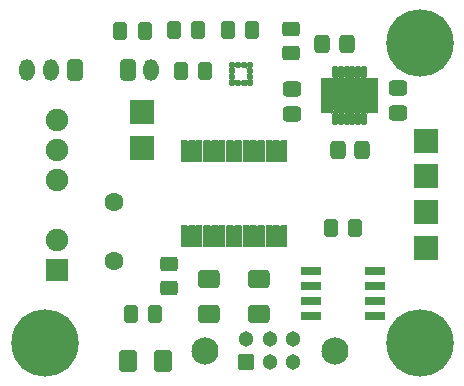
<source format=gts>
G04 #@! TF.GenerationSoftware,KiCad,Pcbnew,6.0.0*
G04 #@! TF.CreationDate,2022-02-03T15:12:05-05:00*
G04 #@! TF.ProjectId,sensors,73656e73-6f72-4732-9e6b-696361645f70,rev?*
G04 #@! TF.SameCoordinates,Original*
G04 #@! TF.FileFunction,Soldermask,Top*
G04 #@! TF.FilePolarity,Negative*
%FSLAX46Y46*%
G04 Gerber Fmt 4.6, Leading zero omitted, Abs format (unit mm)*
G04 Created by KiCad (PCBNEW 6.0.0) date 2022-02-03 15:12:05*
%MOMM*%
%LPD*%
G01*
G04 APERTURE LIST*
G04 Aperture macros list*
%AMRoundRect*
0 Rectangle with rounded corners*
0 $1 Rounding radius*
0 $2 $3 $4 $5 $6 $7 $8 $9 X,Y pos of 4 corners*
0 Add a 4 corners polygon primitive as box body*
4,1,4,$2,$3,$4,$5,$6,$7,$8,$9,$2,$3,0*
0 Add four circle primitives for the rounded corners*
1,1,$1+$1,$2,$3*
1,1,$1+$1,$4,$5*
1,1,$1+$1,$6,$7*
1,1,$1+$1,$8,$9*
0 Add four rect primitives between the rounded corners*
20,1,$1+$1,$2,$3,$4,$5,0*
20,1,$1+$1,$4,$5,$6,$7,0*
20,1,$1+$1,$6,$7,$8,$9,0*
20,1,$1+$1,$8,$9,$2,$3,0*%
G04 Aperture macros list end*
%ADD10C,2.301600*%
%ADD11RoundRect,0.050800X-0.600000X-0.600000X0.600000X-0.600000X0.600000X0.600000X-0.600000X0.600000X0*%
%ADD12C,1.301600*%
%ADD13C,5.701600*%
%ADD14RoundRect,0.050800X0.900000X0.900000X-0.900000X0.900000X-0.900000X-0.900000X0.900000X-0.900000X0*%
%ADD15C,1.901600*%
%ADD16RoundRect,0.300800X0.350000X0.625000X-0.350000X0.625000X-0.350000X-0.625000X0.350000X-0.625000X0*%
%ADD17O,1.301600X1.851600*%
%ADD18RoundRect,0.300800X0.325000X0.450000X-0.325000X0.450000X-0.325000X-0.450000X0.325000X-0.450000X0*%
%ADD19RoundRect,0.050800X0.175000X-0.187500X0.175000X0.187500X-0.175000X0.187500X-0.175000X-0.187500X0*%
%ADD20RoundRect,0.050800X0.187500X0.175000X-0.187500X0.175000X-0.187500X-0.175000X0.187500X-0.175000X0*%
%ADD21RoundRect,0.300800X-0.325000X-0.450000X0.325000X-0.450000X0.325000X0.450000X-0.325000X0.450000X0*%
%ADD22RoundRect,0.300800X-0.337500X-0.475000X0.337500X-0.475000X0.337500X0.475000X-0.337500X0.475000X0*%
%ADD23RoundRect,0.300800X0.337500X0.475000X-0.337500X0.475000X-0.337500X-0.475000X0.337500X-0.475000X0*%
%ADD24RoundRect,0.300800X-0.475000X0.337500X-0.475000X-0.337500X0.475000X-0.337500X0.475000X0.337500X0*%
%ADD25RoundRect,0.050800X1.000000X1.000000X-1.000000X1.000000X-1.000000X-1.000000X1.000000X-1.000000X0*%
%ADD26RoundRect,0.050800X-1.000000X-1.000000X1.000000X-1.000000X1.000000X1.000000X-1.000000X1.000000X0*%
%ADD27RoundRect,0.050800X-0.775000X-0.300000X0.775000X-0.300000X0.775000X0.300000X-0.775000X0.300000X0*%
%ADD28RoundRect,0.050800X-0.225000X0.875000X-0.225000X-0.875000X0.225000X-0.875000X0.225000X0.875000X0*%
%ADD29RoundRect,0.050800X0.400000X-0.174999X0.400000X0.174999X-0.400000X0.174999X-0.400000X-0.174999X0*%
%ADD30RoundRect,0.050800X0.174999X0.425000X-0.174999X0.425000X-0.174999X-0.425000X0.174999X-0.425000X0*%
%ADD31RoundRect,0.050800X1.350000X1.300000X-1.350000X1.300000X-1.350000X-1.300000X1.350000X-1.300000X0*%
%ADD32RoundRect,0.300800X0.450000X-0.325000X0.450000X0.325000X-0.450000X0.325000X-0.450000X-0.325000X0*%
%ADD33RoundRect,0.300801X-0.462499X-0.624999X0.462499X-0.624999X0.462499X0.624999X-0.462499X0.624999X0*%
%ADD34RoundRect,0.300801X-0.624999X0.462499X-0.624999X-0.462499X0.624999X-0.462499X0.624999X0.462499X0*%
%ADD35RoundRect,0.300801X0.624999X-0.462499X0.624999X0.462499X-0.624999X0.462499X-0.624999X-0.462499X0*%
%ADD36C,1.601600*%
%ADD37RoundRect,0.300800X-0.350000X-0.625000X0.350000X-0.625000X0.350000X0.625000X-0.350000X0.625000X0*%
G04 APERTURE END LIST*
D10*
X143725000Y-92075000D03*
X154725000Y-92075000D03*
D11*
X147225000Y-93075000D03*
D12*
X149225000Y-93075000D03*
X151225000Y-93075000D03*
X147225000Y-91075000D03*
X149225000Y-91075000D03*
X151225000Y-91075000D03*
D13*
X161925000Y-91440000D03*
X161925000Y-66040000D03*
X130175000Y-91440000D03*
D14*
X131191000Y-85217000D03*
D15*
X131191000Y-82677000D03*
X131191000Y-77597000D03*
X131191000Y-75057000D03*
X131191000Y-72517000D03*
D16*
X132715000Y-68326000D03*
D17*
X130715000Y-68326000D03*
X128715000Y-68326000D03*
D18*
X138633200Y-64973200D03*
X136583200Y-64973200D03*
D19*
X146031250Y-69445000D03*
X146531250Y-69445000D03*
X147031250Y-69445000D03*
X147531250Y-69445000D03*
D20*
X147543750Y-68932500D03*
X147543750Y-68432500D03*
D19*
X147531250Y-67920000D03*
X147031250Y-67920000D03*
X146531250Y-67920000D03*
X146031250Y-67920000D03*
D20*
X146018750Y-68432500D03*
X146018750Y-68932500D03*
D18*
X147706300Y-64960500D03*
X145656300Y-64960500D03*
D21*
X141725000Y-68375000D03*
X143775000Y-68375000D03*
D22*
X154990800Y-75082400D03*
X157065800Y-75082400D03*
D23*
X155740100Y-66154300D03*
X153665100Y-66154300D03*
D24*
X151091900Y-69926200D03*
X151091900Y-72001200D03*
X160070800Y-69857800D03*
X160070800Y-71932800D03*
D25*
X162430000Y-77310000D03*
D26*
X138430000Y-71882000D03*
X162440000Y-83350000D03*
D27*
X152700000Y-85295000D03*
X152700000Y-86565000D03*
X152700000Y-87835000D03*
X152700000Y-89105000D03*
X158100000Y-89105000D03*
X158100000Y-87835000D03*
X158100000Y-86565000D03*
X158100000Y-85295000D03*
D28*
X150425000Y-75200000D03*
X149775000Y-75200000D03*
X149125000Y-75200000D03*
X148475000Y-75200000D03*
X147825000Y-75200000D03*
X147175000Y-75200000D03*
X146525000Y-75200000D03*
X145875000Y-75200000D03*
X145225000Y-75200000D03*
X144575000Y-75200000D03*
X143925000Y-75200000D03*
X143275000Y-75200000D03*
X142625000Y-75200000D03*
X141975000Y-75200000D03*
X141975000Y-82400000D03*
X142625000Y-82400000D03*
X143275000Y-82400000D03*
X143925000Y-82400000D03*
X144575000Y-82400000D03*
X145225000Y-82400000D03*
X145875000Y-82400000D03*
X146525000Y-82400000D03*
X147175000Y-82400000D03*
X147825000Y-82400000D03*
X148475000Y-82400000D03*
X149125000Y-82400000D03*
X149775000Y-82400000D03*
X150425000Y-82400000D03*
D29*
X157980001Y-71720000D03*
X157980001Y-71220001D03*
X157980001Y-70720002D03*
X157980001Y-70220001D03*
X157980001Y-69720001D03*
X157980001Y-69220000D03*
D30*
X157230000Y-68495003D03*
X156730001Y-68495003D03*
X156230002Y-68495003D03*
X155730001Y-68495003D03*
X155230001Y-68495003D03*
X154730000Y-68495003D03*
D29*
X153980001Y-69220000D03*
X153980001Y-69720001D03*
X153980001Y-70220001D03*
X153980001Y-70720002D03*
X153980001Y-71220001D03*
X153980001Y-71720000D03*
D30*
X154730000Y-72445000D03*
X155230001Y-72445000D03*
X155730001Y-72445000D03*
X156230002Y-72445000D03*
X156730001Y-72445000D03*
X157230000Y-72445000D03*
D31*
X155980000Y-70470000D03*
D18*
X156464000Y-81661000D03*
X154414000Y-81661000D03*
D32*
X151028400Y-66903600D03*
X151028400Y-64853600D03*
D26*
X162430000Y-80330000D03*
D33*
X137215220Y-92910660D03*
X140190220Y-92910660D03*
D34*
X144053560Y-86028200D03*
X144053560Y-89003200D03*
D26*
X138430000Y-74917300D03*
D35*
X148275040Y-89009220D03*
X148275040Y-86034220D03*
D32*
X140700000Y-86800000D03*
X140700000Y-84750000D03*
D25*
X162430000Y-74300000D03*
D21*
X137440000Y-89000000D03*
X139490000Y-89000000D03*
X141135100Y-64960500D03*
X143185100Y-64960500D03*
D36*
X136022080Y-79448600D03*
X136022080Y-84448600D03*
D37*
X137187500Y-68343750D03*
D17*
X139187500Y-68343750D03*
G36*
X146914729Y-81488725D02*
G01*
X146915293Y-81490644D01*
X146915012Y-81491283D01*
X146904952Y-81506339D01*
X146901200Y-81525199D01*
X146901200Y-83274801D01*
X146904952Y-83293661D01*
X146914911Y-83308567D01*
X146915042Y-83310563D01*
X146913379Y-83311674D01*
X146912650Y-83311587D01*
X146852211Y-83292662D01*
X146787214Y-83311747D01*
X146785271Y-83311275D01*
X146784707Y-83309356D01*
X146784988Y-83308717D01*
X146795048Y-83293661D01*
X146798800Y-83274801D01*
X146798800Y-81525199D01*
X146795048Y-81506339D01*
X146785089Y-81491433D01*
X146784958Y-81489437D01*
X146786621Y-81488326D01*
X146787350Y-81488413D01*
X146847789Y-81507338D01*
X146912786Y-81488253D01*
X146914729Y-81488725D01*
G37*
G36*
X149514729Y-81488725D02*
G01*
X149515293Y-81490644D01*
X149515012Y-81491283D01*
X149504952Y-81506339D01*
X149501200Y-81525199D01*
X149501200Y-83274801D01*
X149504952Y-83293661D01*
X149514911Y-83308567D01*
X149515042Y-83310563D01*
X149513379Y-83311674D01*
X149512650Y-83311587D01*
X149452211Y-83292662D01*
X149387214Y-83311747D01*
X149385271Y-83311275D01*
X149384707Y-83309356D01*
X149384988Y-83308717D01*
X149395048Y-83293661D01*
X149398800Y-83274801D01*
X149398800Y-81525199D01*
X149395048Y-81506339D01*
X149385089Y-81491433D01*
X149384958Y-81489437D01*
X149386621Y-81488326D01*
X149387350Y-81488413D01*
X149447789Y-81507338D01*
X149512786Y-81488253D01*
X149514729Y-81488725D01*
G37*
G36*
X148214729Y-81488725D02*
G01*
X148215293Y-81490644D01*
X148215012Y-81491283D01*
X148204952Y-81506339D01*
X148201200Y-81525199D01*
X148201200Y-83274801D01*
X148204952Y-83293661D01*
X148214911Y-83308567D01*
X148215042Y-83310563D01*
X148213379Y-83311674D01*
X148212650Y-83311587D01*
X148152211Y-83292662D01*
X148087214Y-83311747D01*
X148085271Y-83311275D01*
X148084707Y-83309356D01*
X148084988Y-83308717D01*
X148095048Y-83293661D01*
X148098800Y-83274801D01*
X148098800Y-81525199D01*
X148095048Y-81506339D01*
X148085089Y-81491433D01*
X148084958Y-81489437D01*
X148086621Y-81488326D01*
X148087350Y-81488413D01*
X148147789Y-81507338D01*
X148212786Y-81488253D01*
X148214729Y-81488725D01*
G37*
G36*
X144314729Y-81488725D02*
G01*
X144315293Y-81490644D01*
X144315012Y-81491283D01*
X144304952Y-81506339D01*
X144301200Y-81525199D01*
X144301200Y-83274801D01*
X144304952Y-83293661D01*
X144314911Y-83308567D01*
X144315042Y-83310563D01*
X144313379Y-83311674D01*
X144312650Y-83311587D01*
X144252211Y-83292662D01*
X144187214Y-83311747D01*
X144185271Y-83311275D01*
X144184707Y-83309356D01*
X144184988Y-83308717D01*
X144195048Y-83293661D01*
X144198800Y-83274801D01*
X144198800Y-81525199D01*
X144195048Y-81506339D01*
X144185089Y-81491433D01*
X144184958Y-81489437D01*
X144186621Y-81488326D01*
X144187350Y-81488413D01*
X144247789Y-81507338D01*
X144312786Y-81488253D01*
X144314729Y-81488725D01*
G37*
G36*
X150164729Y-81488725D02*
G01*
X150165293Y-81490644D01*
X150165012Y-81491283D01*
X150154952Y-81506339D01*
X150151200Y-81525199D01*
X150151200Y-83274801D01*
X150154952Y-83293661D01*
X150164911Y-83308567D01*
X150165042Y-83310563D01*
X150163379Y-83311674D01*
X150162650Y-83311587D01*
X150102211Y-83292662D01*
X150037214Y-83311747D01*
X150035271Y-83311275D01*
X150034707Y-83309356D01*
X150034988Y-83308717D01*
X150045048Y-83293661D01*
X150048800Y-83274801D01*
X150048800Y-81525199D01*
X150045048Y-81506339D01*
X150035089Y-81491433D01*
X150034958Y-81489437D01*
X150036621Y-81488326D01*
X150037350Y-81488413D01*
X150097789Y-81507338D01*
X150162786Y-81488253D01*
X150164729Y-81488725D01*
G37*
G36*
X143664729Y-81488725D02*
G01*
X143665293Y-81490644D01*
X143665012Y-81491283D01*
X143654952Y-81506339D01*
X143651200Y-81525199D01*
X143651200Y-83274801D01*
X143654952Y-83293661D01*
X143664911Y-83308567D01*
X143665042Y-83310563D01*
X143663379Y-83311674D01*
X143662650Y-83311587D01*
X143602211Y-83292662D01*
X143537214Y-83311747D01*
X143535271Y-83311275D01*
X143534707Y-83309356D01*
X143534988Y-83308717D01*
X143545048Y-83293661D01*
X143548800Y-83274801D01*
X143548800Y-81525199D01*
X143545048Y-81506339D01*
X143535089Y-81491433D01*
X143534958Y-81489437D01*
X143536621Y-81488326D01*
X143537350Y-81488413D01*
X143597789Y-81507338D01*
X143662786Y-81488253D01*
X143664729Y-81488725D01*
G37*
G36*
X144964729Y-81488725D02*
G01*
X144965293Y-81490644D01*
X144965012Y-81491283D01*
X144954952Y-81506339D01*
X144951200Y-81525199D01*
X144951200Y-83274801D01*
X144954952Y-83293661D01*
X144964911Y-83308567D01*
X144965042Y-83310563D01*
X144963379Y-83311674D01*
X144962650Y-83311587D01*
X144902211Y-83292662D01*
X144837214Y-83311747D01*
X144835271Y-83311275D01*
X144834707Y-83309356D01*
X144834988Y-83308717D01*
X144845048Y-83293661D01*
X144848800Y-83274801D01*
X144848800Y-81525199D01*
X144845048Y-81506339D01*
X144835089Y-81491433D01*
X144834958Y-81489437D01*
X144836621Y-81488326D01*
X144837350Y-81488413D01*
X144897789Y-81507338D01*
X144962786Y-81488253D01*
X144964729Y-81488725D01*
G37*
G36*
X143014729Y-81488725D02*
G01*
X143015293Y-81490644D01*
X143015012Y-81491283D01*
X143004952Y-81506339D01*
X143001200Y-81525199D01*
X143001200Y-83274801D01*
X143004952Y-83293661D01*
X143014911Y-83308567D01*
X143015042Y-83310563D01*
X143013379Y-83311674D01*
X143012650Y-83311587D01*
X142952211Y-83292662D01*
X142887214Y-83311747D01*
X142885271Y-83311275D01*
X142884707Y-83309356D01*
X142884988Y-83308717D01*
X142895048Y-83293661D01*
X142898800Y-83274801D01*
X142898800Y-81525199D01*
X142895048Y-81506339D01*
X142885089Y-81491433D01*
X142884958Y-81489437D01*
X142886621Y-81488326D01*
X142887350Y-81488413D01*
X142947789Y-81507338D01*
X143012786Y-81488253D01*
X143014729Y-81488725D01*
G37*
G36*
X147564729Y-81488725D02*
G01*
X147565293Y-81490644D01*
X147565012Y-81491283D01*
X147554952Y-81506339D01*
X147551200Y-81525199D01*
X147551200Y-83274801D01*
X147554952Y-83293661D01*
X147564911Y-83308567D01*
X147565042Y-83310563D01*
X147563379Y-83311674D01*
X147562650Y-83311587D01*
X147502211Y-83292662D01*
X147437214Y-83311747D01*
X147435271Y-83311275D01*
X147434707Y-83309356D01*
X147434988Y-83308717D01*
X147445048Y-83293661D01*
X147448800Y-83274801D01*
X147448800Y-81525199D01*
X147445048Y-81506339D01*
X147435089Y-81491433D01*
X147434958Y-81489437D01*
X147436621Y-81488326D01*
X147437350Y-81488413D01*
X147497789Y-81507338D01*
X147562786Y-81488253D01*
X147564729Y-81488725D01*
G37*
G36*
X145614729Y-81488725D02*
G01*
X145615293Y-81490644D01*
X145615012Y-81491283D01*
X145604952Y-81506339D01*
X145601200Y-81525199D01*
X145601200Y-83274801D01*
X145604952Y-83293661D01*
X145614911Y-83308567D01*
X145615042Y-83310563D01*
X145613379Y-83311674D01*
X145612650Y-83311587D01*
X145552211Y-83292662D01*
X145487214Y-83311747D01*
X145485271Y-83311275D01*
X145484707Y-83309356D01*
X145484988Y-83308717D01*
X145495048Y-83293661D01*
X145498800Y-83274801D01*
X145498800Y-81525199D01*
X145495048Y-81506339D01*
X145485089Y-81491433D01*
X145484958Y-81489437D01*
X145486621Y-81488326D01*
X145487350Y-81488413D01*
X145547789Y-81507338D01*
X145612786Y-81488253D01*
X145614729Y-81488725D01*
G37*
G36*
X146264729Y-81488725D02*
G01*
X146265293Y-81490644D01*
X146265012Y-81491283D01*
X146254952Y-81506339D01*
X146251200Y-81525199D01*
X146251200Y-83274801D01*
X146254952Y-83293661D01*
X146264911Y-83308567D01*
X146265042Y-83310563D01*
X146263379Y-83311674D01*
X146262650Y-83311587D01*
X146202211Y-83292662D01*
X146137214Y-83311747D01*
X146135271Y-83311275D01*
X146134707Y-83309356D01*
X146134988Y-83308717D01*
X146145048Y-83293661D01*
X146148800Y-83274801D01*
X146148800Y-81525199D01*
X146145048Y-81506339D01*
X146135089Y-81491433D01*
X146134958Y-81489437D01*
X146136621Y-81488326D01*
X146137350Y-81488413D01*
X146197789Y-81507338D01*
X146262786Y-81488253D01*
X146264729Y-81488725D01*
G37*
G36*
X142364729Y-81488725D02*
G01*
X142365293Y-81490644D01*
X142365012Y-81491283D01*
X142354952Y-81506339D01*
X142351200Y-81525199D01*
X142351200Y-83274801D01*
X142354952Y-83293661D01*
X142364911Y-83308567D01*
X142365042Y-83310563D01*
X142363379Y-83311674D01*
X142362650Y-83311587D01*
X142302211Y-83292662D01*
X142237214Y-83311747D01*
X142235271Y-83311275D01*
X142234707Y-83309356D01*
X142234988Y-83308717D01*
X142245048Y-83293661D01*
X142248800Y-83274801D01*
X142248800Y-81525199D01*
X142245048Y-81506339D01*
X142235089Y-81491433D01*
X142234958Y-81489437D01*
X142236621Y-81488326D01*
X142237350Y-81488413D01*
X142297789Y-81507338D01*
X142362786Y-81488253D01*
X142364729Y-81488725D01*
G37*
G36*
X148864729Y-81488725D02*
G01*
X148865293Y-81490644D01*
X148865012Y-81491283D01*
X148854952Y-81506339D01*
X148851200Y-81525199D01*
X148851200Y-83274801D01*
X148854952Y-83293661D01*
X148864911Y-83308567D01*
X148865042Y-83310563D01*
X148863379Y-83311674D01*
X148862650Y-83311587D01*
X148802211Y-83292662D01*
X148737214Y-83311747D01*
X148735271Y-83311275D01*
X148734707Y-83309356D01*
X148734988Y-83308717D01*
X148745048Y-83293661D01*
X148748800Y-83274801D01*
X148748800Y-81525199D01*
X148745048Y-81506339D01*
X148735089Y-81491433D01*
X148734958Y-81489437D01*
X148736621Y-81488326D01*
X148737350Y-81488413D01*
X148797789Y-81507338D01*
X148862786Y-81488253D01*
X148864729Y-81488725D01*
G37*
G36*
X144964729Y-74288725D02*
G01*
X144965293Y-74290644D01*
X144965012Y-74291283D01*
X144954952Y-74306339D01*
X144951200Y-74325199D01*
X144951200Y-76074801D01*
X144954952Y-76093661D01*
X144964911Y-76108567D01*
X144965042Y-76110563D01*
X144963379Y-76111674D01*
X144962650Y-76111587D01*
X144902211Y-76092662D01*
X144837214Y-76111747D01*
X144835271Y-76111275D01*
X144834707Y-76109356D01*
X144834988Y-76108717D01*
X144845048Y-76093661D01*
X144848800Y-76074801D01*
X144848800Y-74325199D01*
X144845048Y-74306339D01*
X144835089Y-74291433D01*
X144834958Y-74289437D01*
X144836621Y-74288326D01*
X144837350Y-74288413D01*
X144897789Y-74307338D01*
X144962786Y-74288253D01*
X144964729Y-74288725D01*
G37*
G36*
X143014729Y-74288725D02*
G01*
X143015293Y-74290644D01*
X143015012Y-74291283D01*
X143004952Y-74306339D01*
X143001200Y-74325199D01*
X143001200Y-76074801D01*
X143004952Y-76093661D01*
X143014911Y-76108567D01*
X143015042Y-76110563D01*
X143013379Y-76111674D01*
X143012650Y-76111587D01*
X142952211Y-76092662D01*
X142887214Y-76111747D01*
X142885271Y-76111275D01*
X142884707Y-76109356D01*
X142884988Y-76108717D01*
X142895048Y-76093661D01*
X142898800Y-76074801D01*
X142898800Y-74325199D01*
X142895048Y-74306339D01*
X142885089Y-74291433D01*
X142884958Y-74289437D01*
X142886621Y-74288326D01*
X142887350Y-74288413D01*
X142947789Y-74307338D01*
X143012786Y-74288253D01*
X143014729Y-74288725D01*
G37*
G36*
X143664729Y-74288725D02*
G01*
X143665293Y-74290644D01*
X143665012Y-74291283D01*
X143654952Y-74306339D01*
X143651200Y-74325199D01*
X143651200Y-76074801D01*
X143654952Y-76093661D01*
X143664911Y-76108567D01*
X143665042Y-76110563D01*
X143663379Y-76111674D01*
X143662650Y-76111587D01*
X143602211Y-76092662D01*
X143537214Y-76111747D01*
X143535271Y-76111275D01*
X143534707Y-76109356D01*
X143534988Y-76108717D01*
X143545048Y-76093661D01*
X143548800Y-76074801D01*
X143548800Y-74325199D01*
X143545048Y-74306339D01*
X143535089Y-74291433D01*
X143534958Y-74289437D01*
X143536621Y-74288326D01*
X143537350Y-74288413D01*
X143597789Y-74307338D01*
X143662786Y-74288253D01*
X143664729Y-74288725D01*
G37*
G36*
X145614729Y-74288725D02*
G01*
X145615293Y-74290644D01*
X145615012Y-74291283D01*
X145604952Y-74306339D01*
X145601200Y-74325199D01*
X145601200Y-76074801D01*
X145604952Y-76093661D01*
X145614911Y-76108567D01*
X145615042Y-76110563D01*
X145613379Y-76111674D01*
X145612650Y-76111587D01*
X145552211Y-76092662D01*
X145487214Y-76111747D01*
X145485271Y-76111275D01*
X145484707Y-76109356D01*
X145484988Y-76108717D01*
X145495048Y-76093661D01*
X145498800Y-76074801D01*
X145498800Y-74325199D01*
X145495048Y-74306339D01*
X145485089Y-74291433D01*
X145484958Y-74289437D01*
X145486621Y-74288326D01*
X145487350Y-74288413D01*
X145547789Y-74307338D01*
X145612786Y-74288253D01*
X145614729Y-74288725D01*
G37*
G36*
X150164729Y-74288725D02*
G01*
X150165293Y-74290644D01*
X150165012Y-74291283D01*
X150154952Y-74306339D01*
X150151200Y-74325199D01*
X150151200Y-76074801D01*
X150154952Y-76093661D01*
X150164911Y-76108567D01*
X150165042Y-76110563D01*
X150163379Y-76111674D01*
X150162650Y-76111587D01*
X150102211Y-76092662D01*
X150037214Y-76111747D01*
X150035271Y-76111275D01*
X150034707Y-76109356D01*
X150034988Y-76108717D01*
X150045048Y-76093661D01*
X150048800Y-76074801D01*
X150048800Y-74325199D01*
X150045048Y-74306339D01*
X150035089Y-74291433D01*
X150034958Y-74289437D01*
X150036621Y-74288326D01*
X150037350Y-74288413D01*
X150097789Y-74307338D01*
X150162786Y-74288253D01*
X150164729Y-74288725D01*
G37*
G36*
X148864729Y-74288725D02*
G01*
X148865293Y-74290644D01*
X148865012Y-74291283D01*
X148854952Y-74306339D01*
X148851200Y-74325199D01*
X148851200Y-76074801D01*
X148854952Y-76093661D01*
X148864911Y-76108567D01*
X148865042Y-76110563D01*
X148863379Y-76111674D01*
X148862650Y-76111587D01*
X148802211Y-76092662D01*
X148737214Y-76111747D01*
X148735271Y-76111275D01*
X148734707Y-76109356D01*
X148734988Y-76108717D01*
X148745048Y-76093661D01*
X148748800Y-76074801D01*
X148748800Y-74325199D01*
X148745048Y-74306339D01*
X148735089Y-74291433D01*
X148734958Y-74289437D01*
X148736621Y-74288326D01*
X148737350Y-74288413D01*
X148797789Y-74307338D01*
X148862786Y-74288253D01*
X148864729Y-74288725D01*
G37*
G36*
X149514729Y-74288725D02*
G01*
X149515293Y-74290644D01*
X149515012Y-74291283D01*
X149504952Y-74306339D01*
X149501200Y-74325199D01*
X149501200Y-76074801D01*
X149504952Y-76093661D01*
X149514911Y-76108567D01*
X149515042Y-76110563D01*
X149513379Y-76111674D01*
X149512650Y-76111587D01*
X149452211Y-76092662D01*
X149387214Y-76111747D01*
X149385271Y-76111275D01*
X149384707Y-76109356D01*
X149384988Y-76108717D01*
X149395048Y-76093661D01*
X149398800Y-76074801D01*
X149398800Y-74325199D01*
X149395048Y-74306339D01*
X149385089Y-74291433D01*
X149384958Y-74289437D01*
X149386621Y-74288326D01*
X149387350Y-74288413D01*
X149447789Y-74307338D01*
X149512786Y-74288253D01*
X149514729Y-74288725D01*
G37*
G36*
X146264729Y-74288725D02*
G01*
X146265293Y-74290644D01*
X146265012Y-74291283D01*
X146254952Y-74306339D01*
X146251200Y-74325199D01*
X146251200Y-76074801D01*
X146254952Y-76093661D01*
X146264911Y-76108567D01*
X146265042Y-76110563D01*
X146263379Y-76111674D01*
X146262650Y-76111587D01*
X146202211Y-76092662D01*
X146137214Y-76111747D01*
X146135271Y-76111275D01*
X146134707Y-76109356D01*
X146134988Y-76108717D01*
X146145048Y-76093661D01*
X146148800Y-76074801D01*
X146148800Y-74325199D01*
X146145048Y-74306339D01*
X146135089Y-74291433D01*
X146134958Y-74289437D01*
X146136621Y-74288326D01*
X146137350Y-74288413D01*
X146197789Y-74307338D01*
X146262786Y-74288253D01*
X146264729Y-74288725D01*
G37*
G36*
X147564729Y-74288725D02*
G01*
X147565293Y-74290644D01*
X147565012Y-74291283D01*
X147554952Y-74306339D01*
X147551200Y-74325199D01*
X147551200Y-76074801D01*
X147554952Y-76093661D01*
X147564911Y-76108567D01*
X147565042Y-76110563D01*
X147563379Y-76111674D01*
X147562650Y-76111587D01*
X147502211Y-76092662D01*
X147437214Y-76111747D01*
X147435271Y-76111275D01*
X147434707Y-76109356D01*
X147434988Y-76108717D01*
X147445048Y-76093661D01*
X147448800Y-76074801D01*
X147448800Y-74325199D01*
X147445048Y-74306339D01*
X147435089Y-74291433D01*
X147434958Y-74289437D01*
X147436621Y-74288326D01*
X147437350Y-74288413D01*
X147497789Y-74307338D01*
X147562786Y-74288253D01*
X147564729Y-74288725D01*
G37*
G36*
X148214729Y-74288725D02*
G01*
X148215293Y-74290644D01*
X148215012Y-74291283D01*
X148204952Y-74306339D01*
X148201200Y-74325199D01*
X148201200Y-76074801D01*
X148204952Y-76093661D01*
X148214911Y-76108567D01*
X148215042Y-76110563D01*
X148213379Y-76111674D01*
X148212650Y-76111587D01*
X148152211Y-76092662D01*
X148087214Y-76111747D01*
X148085271Y-76111275D01*
X148084707Y-76109356D01*
X148084988Y-76108717D01*
X148095048Y-76093661D01*
X148098800Y-76074801D01*
X148098800Y-74325199D01*
X148095048Y-74306339D01*
X148085089Y-74291433D01*
X148084958Y-74289437D01*
X148086621Y-74288326D01*
X148087350Y-74288413D01*
X148147789Y-74307338D01*
X148212786Y-74288253D01*
X148214729Y-74288725D01*
G37*
G36*
X142364729Y-74288725D02*
G01*
X142365293Y-74290644D01*
X142365012Y-74291283D01*
X142354952Y-74306339D01*
X142351200Y-74325199D01*
X142351200Y-76074801D01*
X142354952Y-76093661D01*
X142364911Y-76108567D01*
X142365042Y-76110563D01*
X142363379Y-76111674D01*
X142362650Y-76111587D01*
X142302211Y-76092662D01*
X142237214Y-76111747D01*
X142235271Y-76111275D01*
X142234707Y-76109356D01*
X142234988Y-76108717D01*
X142245048Y-76093661D01*
X142248800Y-76074801D01*
X142248800Y-74325199D01*
X142245048Y-74306339D01*
X142235089Y-74291433D01*
X142234958Y-74289437D01*
X142236621Y-74288326D01*
X142237350Y-74288413D01*
X142297789Y-74307338D01*
X142362786Y-74288253D01*
X142364729Y-74288725D01*
G37*
G36*
X146914729Y-74288725D02*
G01*
X146915293Y-74290644D01*
X146915012Y-74291283D01*
X146904952Y-74306339D01*
X146901200Y-74325199D01*
X146901200Y-76074801D01*
X146904952Y-76093661D01*
X146914911Y-76108567D01*
X146915042Y-76110563D01*
X146913379Y-76111674D01*
X146912650Y-76111587D01*
X146852211Y-76092662D01*
X146787214Y-76111747D01*
X146785271Y-76111275D01*
X146784707Y-76109356D01*
X146784988Y-76108717D01*
X146795048Y-76093661D01*
X146798800Y-76074801D01*
X146798800Y-74325199D01*
X146795048Y-74306339D01*
X146785089Y-74291433D01*
X146784958Y-74289437D01*
X146786621Y-74288326D01*
X146787350Y-74288413D01*
X146847789Y-74307338D01*
X146912786Y-74288253D01*
X146914729Y-74288725D01*
G37*
G36*
X144314729Y-74288725D02*
G01*
X144315293Y-74290644D01*
X144315012Y-74291283D01*
X144304952Y-74306339D01*
X144301200Y-74325199D01*
X144301200Y-76074801D01*
X144304952Y-76093661D01*
X144314911Y-76108567D01*
X144315042Y-76110563D01*
X144313379Y-76111674D01*
X144312650Y-76111587D01*
X144252211Y-76092662D01*
X144187214Y-76111747D01*
X144185271Y-76111275D01*
X144184707Y-76109356D01*
X144184988Y-76108717D01*
X144195048Y-76093661D01*
X144198800Y-76074801D01*
X144198800Y-74325199D01*
X144195048Y-74306339D01*
X144185089Y-74291433D01*
X144184958Y-74289437D01*
X144186621Y-74288326D01*
X144187350Y-74288413D01*
X144247789Y-74307338D01*
X144312786Y-74288253D01*
X144314729Y-74288725D01*
G37*
G36*
X156946465Y-68027860D02*
G01*
X156947585Y-68026583D01*
X156948826Y-68026568D01*
X156977793Y-68035637D01*
X157011069Y-68025865D01*
X157013013Y-68026336D01*
X157013595Y-68027394D01*
X157013682Y-68027832D01*
X157029951Y-68024596D01*
X157031845Y-68025239D01*
X157032235Y-68027201D01*
X157031452Y-68028221D01*
X157020522Y-68035524D01*
X157009953Y-68051342D01*
X157006201Y-68070202D01*
X157006201Y-68919804D01*
X157009953Y-68938664D01*
X157020522Y-68954482D01*
X157036340Y-68965051D01*
X157055200Y-68968803D01*
X157404800Y-68968803D01*
X157423660Y-68965051D01*
X157439478Y-68954482D01*
X157450047Y-68938664D01*
X157453799Y-68919804D01*
X157453799Y-68869203D01*
X157454799Y-68867471D01*
X157456799Y-68867471D01*
X157457718Y-68868640D01*
X157477395Y-68935655D01*
X157529798Y-68981061D01*
X157581218Y-68992247D01*
X157582698Y-68993592D01*
X157582273Y-68995546D01*
X157580793Y-68996201D01*
X157580200Y-68996201D01*
X157561340Y-68999953D01*
X157545522Y-69010522D01*
X157534953Y-69026340D01*
X157531201Y-69045200D01*
X157531201Y-69394800D01*
X157534953Y-69413660D01*
X157545522Y-69429478D01*
X157561340Y-69440047D01*
X157580200Y-69443799D01*
X158379802Y-69443799D01*
X158398662Y-69440047D01*
X158414480Y-69429478D01*
X158421784Y-69418546D01*
X158423578Y-69417661D01*
X158425241Y-69418772D01*
X158425409Y-69420047D01*
X158422144Y-69436465D01*
X158423420Y-69437584D01*
X158423435Y-69438825D01*
X158414366Y-69467790D01*
X158424139Y-69501071D01*
X158423667Y-69503014D01*
X158422610Y-69503596D01*
X158422172Y-69503683D01*
X158425408Y-69519952D01*
X158424765Y-69521846D01*
X158422803Y-69522236D01*
X158421783Y-69521453D01*
X158414480Y-69510523D01*
X158398662Y-69499954D01*
X158379802Y-69496202D01*
X157580200Y-69496202D01*
X157561340Y-69499954D01*
X157545522Y-69510523D01*
X157534953Y-69526341D01*
X157531201Y-69545201D01*
X157531201Y-69894801D01*
X157534953Y-69913661D01*
X157545522Y-69929479D01*
X157561340Y-69940048D01*
X157580200Y-69943800D01*
X158379802Y-69943800D01*
X158398662Y-69940048D01*
X158414480Y-69929479D01*
X158421784Y-69918547D01*
X158423578Y-69917662D01*
X158425241Y-69918773D01*
X158425409Y-69920048D01*
X158422144Y-69936465D01*
X158423421Y-69937585D01*
X158423436Y-69938826D01*
X158414367Y-69967794D01*
X158424138Y-70001071D01*
X158423666Y-70003014D01*
X158422609Y-70003596D01*
X158422172Y-70003683D01*
X158425408Y-70019952D01*
X158424765Y-70021846D01*
X158422803Y-70022236D01*
X158421783Y-70021453D01*
X158414480Y-70010523D01*
X158398662Y-69999954D01*
X158379802Y-69996202D01*
X157580200Y-69996202D01*
X157561340Y-69999954D01*
X157545522Y-70010523D01*
X157534953Y-70026341D01*
X157531201Y-70045201D01*
X157531201Y-70394801D01*
X157534953Y-70413661D01*
X157545522Y-70429479D01*
X157561340Y-70440048D01*
X157580200Y-70443800D01*
X158379802Y-70443800D01*
X158398662Y-70440048D01*
X158414480Y-70429479D01*
X158421784Y-70418547D01*
X158423578Y-70417662D01*
X158425241Y-70418773D01*
X158425409Y-70420048D01*
X158422144Y-70436466D01*
X158423420Y-70437585D01*
X158423435Y-70438826D01*
X158414366Y-70467791D01*
X158424139Y-70501072D01*
X158423667Y-70503015D01*
X158422610Y-70503597D01*
X158422172Y-70503684D01*
X158425408Y-70519953D01*
X158424765Y-70521847D01*
X158422803Y-70522237D01*
X158421783Y-70521454D01*
X158414480Y-70510524D01*
X158398662Y-70499955D01*
X158379802Y-70496203D01*
X157580200Y-70496203D01*
X157561340Y-70499955D01*
X157545522Y-70510524D01*
X157534953Y-70526342D01*
X157531201Y-70545202D01*
X157531201Y-70894802D01*
X157534953Y-70913662D01*
X157545522Y-70929480D01*
X157561340Y-70940049D01*
X157580200Y-70943801D01*
X158379802Y-70943801D01*
X158398662Y-70940049D01*
X158414480Y-70929480D01*
X158421784Y-70918548D01*
X158423578Y-70917663D01*
X158425241Y-70918774D01*
X158425409Y-70920049D01*
X158422144Y-70936466D01*
X158423421Y-70937586D01*
X158423436Y-70938827D01*
X158414367Y-70967794D01*
X158424139Y-71001070D01*
X158423668Y-71003014D01*
X158422610Y-71003596D01*
X158422172Y-71003683D01*
X158425408Y-71019952D01*
X158424765Y-71021846D01*
X158422803Y-71022236D01*
X158421783Y-71021453D01*
X158414480Y-71010523D01*
X158398662Y-70999954D01*
X158379802Y-70996202D01*
X157580200Y-70996202D01*
X157561340Y-70999954D01*
X157545522Y-71010523D01*
X157534953Y-71026341D01*
X157531201Y-71045201D01*
X157531201Y-71394801D01*
X157534953Y-71413661D01*
X157545522Y-71429479D01*
X157561340Y-71440048D01*
X157580200Y-71443800D01*
X158379802Y-71443800D01*
X158398662Y-71440048D01*
X158414480Y-71429479D01*
X158421784Y-71418547D01*
X158423578Y-71417662D01*
X158425241Y-71418773D01*
X158425409Y-71420048D01*
X158422144Y-71436465D01*
X158423421Y-71437585D01*
X158423436Y-71438826D01*
X158414367Y-71467793D01*
X158424139Y-71501069D01*
X158423668Y-71503013D01*
X158422610Y-71503595D01*
X158422172Y-71503682D01*
X158425408Y-71519951D01*
X158424765Y-71521845D01*
X158422803Y-71522235D01*
X158421783Y-71521452D01*
X158414480Y-71510522D01*
X158398662Y-71499953D01*
X158379802Y-71496201D01*
X157580200Y-71496201D01*
X157561340Y-71499953D01*
X157545522Y-71510522D01*
X157534953Y-71526340D01*
X157531201Y-71545200D01*
X157531201Y-71894800D01*
X157534953Y-71913660D01*
X157545522Y-71929478D01*
X157561340Y-71940047D01*
X157580200Y-71943799D01*
X157580797Y-71943799D01*
X157582529Y-71944799D01*
X157582529Y-71946799D01*
X157581360Y-71947718D01*
X157514345Y-71967395D01*
X157468939Y-72019798D01*
X157457753Y-72071218D01*
X157456408Y-72072698D01*
X157454454Y-72072273D01*
X157453799Y-72070793D01*
X157453799Y-72020199D01*
X157450047Y-72001339D01*
X157439478Y-71985521D01*
X157423660Y-71974952D01*
X157404800Y-71971200D01*
X157055200Y-71971200D01*
X157036340Y-71974952D01*
X157020522Y-71985521D01*
X157009953Y-72001339D01*
X157006201Y-72020199D01*
X157006201Y-72869801D01*
X157009953Y-72888661D01*
X157020522Y-72904479D01*
X157031454Y-72911783D01*
X157032339Y-72913577D01*
X157031228Y-72915240D01*
X157029953Y-72915408D01*
X157013536Y-72912143D01*
X157012416Y-72913420D01*
X157011175Y-72913435D01*
X156982208Y-72904366D01*
X156948932Y-72914138D01*
X156946988Y-72913667D01*
X156946406Y-72912609D01*
X156946319Y-72912171D01*
X156930050Y-72915407D01*
X156928156Y-72914764D01*
X156927766Y-72912802D01*
X156928549Y-72911782D01*
X156939479Y-72904479D01*
X156950048Y-72888661D01*
X156953800Y-72869801D01*
X156953800Y-72020199D01*
X156950048Y-72001339D01*
X156939479Y-71985521D01*
X156923661Y-71974952D01*
X156904801Y-71971200D01*
X156555201Y-71971200D01*
X156536341Y-71974952D01*
X156520523Y-71985521D01*
X156509954Y-72001339D01*
X156506202Y-72020199D01*
X156506202Y-72869801D01*
X156509954Y-72888661D01*
X156520523Y-72904479D01*
X156531455Y-72911783D01*
X156532340Y-72913577D01*
X156531229Y-72915240D01*
X156529954Y-72915408D01*
X156513537Y-72912143D01*
X156512417Y-72913420D01*
X156511176Y-72913435D01*
X156482209Y-72904366D01*
X156448933Y-72914138D01*
X156446989Y-72913667D01*
X156446407Y-72912609D01*
X156446320Y-72912171D01*
X156430051Y-72915407D01*
X156428157Y-72914764D01*
X156427767Y-72912802D01*
X156428550Y-72911782D01*
X156439480Y-72904479D01*
X156450049Y-72888661D01*
X156453801Y-72869801D01*
X156453801Y-72020199D01*
X156450049Y-72001339D01*
X156439480Y-71985521D01*
X156423662Y-71974952D01*
X156404802Y-71971200D01*
X156055202Y-71971200D01*
X156036342Y-71974952D01*
X156020524Y-71985521D01*
X156009955Y-72001339D01*
X156006203Y-72020199D01*
X156006203Y-72869801D01*
X156009955Y-72888661D01*
X156020524Y-72904479D01*
X156031456Y-72911783D01*
X156032341Y-72913577D01*
X156031230Y-72915240D01*
X156029955Y-72915408D01*
X156013537Y-72912143D01*
X156012418Y-72913419D01*
X156011177Y-72913434D01*
X155982220Y-72904365D01*
X155948931Y-72914138D01*
X155946988Y-72913666D01*
X155946406Y-72912609D01*
X155946319Y-72912171D01*
X155930050Y-72915407D01*
X155928156Y-72914764D01*
X155927766Y-72912802D01*
X155928549Y-72911782D01*
X155939479Y-72904479D01*
X155950048Y-72888661D01*
X155953800Y-72869801D01*
X155953800Y-72020199D01*
X155950048Y-72001339D01*
X155939479Y-71985521D01*
X155923661Y-71974952D01*
X155904801Y-71971200D01*
X155555201Y-71971200D01*
X155536341Y-71974952D01*
X155520523Y-71985521D01*
X155509954Y-72001339D01*
X155506202Y-72020199D01*
X155506202Y-72869801D01*
X155509954Y-72888661D01*
X155520523Y-72904479D01*
X155531455Y-72911783D01*
X155532340Y-72913577D01*
X155531229Y-72915240D01*
X155529954Y-72915408D01*
X155513537Y-72912143D01*
X155512417Y-72913420D01*
X155511176Y-72913435D01*
X155482208Y-72904366D01*
X155448931Y-72914137D01*
X155446988Y-72913665D01*
X155446406Y-72912608D01*
X155446319Y-72912171D01*
X155430050Y-72915407D01*
X155428156Y-72914764D01*
X155427766Y-72912802D01*
X155428549Y-72911782D01*
X155439479Y-72904479D01*
X155450048Y-72888661D01*
X155453800Y-72869801D01*
X155453800Y-72020199D01*
X155450048Y-72001339D01*
X155439479Y-71985521D01*
X155423661Y-71974952D01*
X155404801Y-71971200D01*
X155055201Y-71971200D01*
X155036341Y-71974952D01*
X155020523Y-71985521D01*
X155009954Y-72001339D01*
X155006202Y-72020199D01*
X155006202Y-72869801D01*
X155009954Y-72888661D01*
X155020523Y-72904479D01*
X155031455Y-72911783D01*
X155032340Y-72913577D01*
X155031229Y-72915240D01*
X155029954Y-72915408D01*
X155013536Y-72912143D01*
X155012417Y-72913419D01*
X155011176Y-72913434D01*
X154982219Y-72904365D01*
X154948930Y-72914138D01*
X154946987Y-72913666D01*
X154946405Y-72912609D01*
X154946318Y-72912171D01*
X154930049Y-72915407D01*
X154928155Y-72914764D01*
X154927765Y-72912802D01*
X154928548Y-72911782D01*
X154939478Y-72904479D01*
X154950047Y-72888661D01*
X154953799Y-72869801D01*
X154953799Y-72020199D01*
X154950047Y-72001339D01*
X154939478Y-71985521D01*
X154923660Y-71974952D01*
X154904800Y-71971200D01*
X154555200Y-71971200D01*
X154536340Y-71974952D01*
X154520522Y-71985521D01*
X154509953Y-72001339D01*
X154506201Y-72020199D01*
X154506201Y-72070797D01*
X154505201Y-72072529D01*
X154503201Y-72072529D01*
X154502282Y-72071360D01*
X154482605Y-72004345D01*
X154430202Y-71958939D01*
X154378782Y-71947753D01*
X154377302Y-71946408D01*
X154377727Y-71944454D01*
X154379207Y-71943799D01*
X154379802Y-71943799D01*
X154398662Y-71940047D01*
X154414480Y-71929478D01*
X154425049Y-71913660D01*
X154428801Y-71894800D01*
X154428801Y-71769801D01*
X154581200Y-71769801D01*
X154584952Y-71788661D01*
X154595521Y-71804479D01*
X154611339Y-71815048D01*
X154630199Y-71818800D01*
X157329801Y-71818800D01*
X157348661Y-71815048D01*
X157364479Y-71804479D01*
X157375048Y-71788661D01*
X157378800Y-71769801D01*
X157378800Y-69170199D01*
X157375048Y-69151339D01*
X157364479Y-69135521D01*
X157348661Y-69124952D01*
X157329801Y-69121200D01*
X154630199Y-69121200D01*
X154611339Y-69124952D01*
X154595521Y-69135521D01*
X154584952Y-69151339D01*
X154581200Y-69170199D01*
X154581200Y-71769801D01*
X154428801Y-71769801D01*
X154428801Y-71545200D01*
X154425049Y-71526340D01*
X154414480Y-71510522D01*
X154398662Y-71499953D01*
X154379802Y-71496201D01*
X153580200Y-71496201D01*
X153561340Y-71499953D01*
X153545522Y-71510522D01*
X153538218Y-71521454D01*
X153536424Y-71522339D01*
X153534761Y-71521228D01*
X153534593Y-71519953D01*
X153537858Y-71503535D01*
X153536582Y-71502416D01*
X153536567Y-71501175D01*
X153545635Y-71472216D01*
X153535863Y-71438931D01*
X153536335Y-71436988D01*
X153537392Y-71436406D01*
X153537830Y-71436319D01*
X153534594Y-71420050D01*
X153535237Y-71418156D01*
X153537199Y-71417766D01*
X153538219Y-71418549D01*
X153545522Y-71429479D01*
X153561340Y-71440048D01*
X153580200Y-71443800D01*
X154379802Y-71443800D01*
X154398662Y-71440048D01*
X154414480Y-71429479D01*
X154425049Y-71413661D01*
X154428801Y-71394801D01*
X154428801Y-71045201D01*
X154425049Y-71026341D01*
X154414480Y-71010523D01*
X154398662Y-70999954D01*
X154379802Y-70996202D01*
X153580200Y-70996202D01*
X153561340Y-70999954D01*
X153545522Y-71010523D01*
X153538218Y-71021455D01*
X153536424Y-71022340D01*
X153534761Y-71021229D01*
X153534593Y-71019954D01*
X153537858Y-71003536D01*
X153536582Y-71002417D01*
X153536567Y-71001176D01*
X153545635Y-70972217D01*
X153535863Y-70938932D01*
X153536335Y-70936989D01*
X153537392Y-70936407D01*
X153537830Y-70936320D01*
X153534594Y-70920051D01*
X153535237Y-70918157D01*
X153537199Y-70917767D01*
X153538219Y-70918550D01*
X153545522Y-70929480D01*
X153561340Y-70940049D01*
X153580200Y-70943801D01*
X154379802Y-70943801D01*
X154398662Y-70940049D01*
X154414480Y-70929480D01*
X154425049Y-70913662D01*
X154428801Y-70894802D01*
X154428801Y-70545202D01*
X154425049Y-70526342D01*
X154414480Y-70510524D01*
X154398662Y-70499955D01*
X154379802Y-70496203D01*
X153580200Y-70496203D01*
X153561340Y-70499955D01*
X153545522Y-70510524D01*
X153538218Y-70521456D01*
X153536424Y-70522341D01*
X153534761Y-70521230D01*
X153534593Y-70519955D01*
X153537858Y-70503537D01*
X153536582Y-70502418D01*
X153536567Y-70501177D01*
X153545636Y-70472220D01*
X153535863Y-70438931D01*
X153536335Y-70436988D01*
X153537392Y-70436406D01*
X153537830Y-70436319D01*
X153534594Y-70420050D01*
X153535237Y-70418156D01*
X153537199Y-70417766D01*
X153538219Y-70418549D01*
X153545522Y-70429479D01*
X153561340Y-70440048D01*
X153580200Y-70443800D01*
X154379802Y-70443800D01*
X154398662Y-70440048D01*
X154414480Y-70429479D01*
X154425049Y-70413661D01*
X154428801Y-70394801D01*
X154428801Y-70045201D01*
X154425049Y-70026341D01*
X154414480Y-70010523D01*
X154398662Y-69999954D01*
X154379802Y-69996202D01*
X153580200Y-69996202D01*
X153561340Y-69999954D01*
X153545522Y-70010523D01*
X153538218Y-70021455D01*
X153536424Y-70022340D01*
X153534761Y-70021229D01*
X153534593Y-70019954D01*
X153537858Y-70003537D01*
X153536581Y-70002417D01*
X153536566Y-70001176D01*
X153545635Y-69972208D01*
X153535864Y-69938931D01*
X153536336Y-69936988D01*
X153537393Y-69936406D01*
X153537830Y-69936319D01*
X153534594Y-69920050D01*
X153535237Y-69918156D01*
X153537199Y-69917766D01*
X153538219Y-69918549D01*
X153545522Y-69929479D01*
X153561340Y-69940048D01*
X153580200Y-69943800D01*
X154379802Y-69943800D01*
X154398662Y-69940048D01*
X154414480Y-69929479D01*
X154425049Y-69913661D01*
X154428801Y-69894801D01*
X154428801Y-69545201D01*
X154425049Y-69526341D01*
X154414480Y-69510523D01*
X154398662Y-69499954D01*
X154379802Y-69496202D01*
X153580200Y-69496202D01*
X153561340Y-69499954D01*
X153545522Y-69510523D01*
X153538218Y-69521455D01*
X153536424Y-69522340D01*
X153534761Y-69521229D01*
X153534593Y-69519954D01*
X153537858Y-69503536D01*
X153536582Y-69502417D01*
X153536567Y-69501176D01*
X153545636Y-69472219D01*
X153535863Y-69438930D01*
X153536335Y-69436987D01*
X153537392Y-69436405D01*
X153537830Y-69436318D01*
X153534594Y-69420049D01*
X153535237Y-69418155D01*
X153537199Y-69417765D01*
X153538219Y-69418548D01*
X153545522Y-69429478D01*
X153561340Y-69440047D01*
X153580200Y-69443799D01*
X154379802Y-69443799D01*
X154398662Y-69440047D01*
X154414480Y-69429478D01*
X154425049Y-69413660D01*
X154428801Y-69394800D01*
X154428801Y-69045200D01*
X154425049Y-69026340D01*
X154414480Y-69010522D01*
X154398662Y-68999953D01*
X154379802Y-68996201D01*
X154379203Y-68996201D01*
X154377471Y-68995201D01*
X154377471Y-68993201D01*
X154378640Y-68992282D01*
X154445655Y-68972605D01*
X154491061Y-68920202D01*
X154502247Y-68868782D01*
X154503592Y-68867302D01*
X154505546Y-68867727D01*
X154506201Y-68869207D01*
X154506201Y-68919804D01*
X154509953Y-68938664D01*
X154520522Y-68954482D01*
X154536340Y-68965051D01*
X154555200Y-68968803D01*
X154904800Y-68968803D01*
X154923660Y-68965051D01*
X154939478Y-68954482D01*
X154950047Y-68938664D01*
X154953799Y-68919804D01*
X154953799Y-68070202D01*
X154950047Y-68051342D01*
X154939478Y-68035524D01*
X154928546Y-68028220D01*
X154927661Y-68026426D01*
X154928772Y-68024763D01*
X154930047Y-68024595D01*
X154946465Y-68027860D01*
X154947584Y-68026584D01*
X154948825Y-68026569D01*
X154977790Y-68035638D01*
X155011071Y-68025865D01*
X155013014Y-68026337D01*
X155013596Y-68027394D01*
X155013683Y-68027832D01*
X155029952Y-68024596D01*
X155031846Y-68025239D01*
X155032236Y-68027201D01*
X155031453Y-68028221D01*
X155020523Y-68035524D01*
X155009954Y-68051342D01*
X155006202Y-68070202D01*
X155006202Y-68919804D01*
X155009954Y-68938664D01*
X155020523Y-68954482D01*
X155036341Y-68965051D01*
X155055201Y-68968803D01*
X155404801Y-68968803D01*
X155423661Y-68965051D01*
X155439479Y-68954482D01*
X155450048Y-68938664D01*
X155453800Y-68919804D01*
X155453800Y-68070202D01*
X155450048Y-68051342D01*
X155439479Y-68035524D01*
X155428547Y-68028220D01*
X155427662Y-68026426D01*
X155428773Y-68024763D01*
X155430048Y-68024595D01*
X155446465Y-68027860D01*
X155447585Y-68026583D01*
X155448826Y-68026568D01*
X155477794Y-68035637D01*
X155511071Y-68025866D01*
X155513014Y-68026338D01*
X155513596Y-68027395D01*
X155513683Y-68027832D01*
X155529952Y-68024596D01*
X155531846Y-68025239D01*
X155532236Y-68027201D01*
X155531453Y-68028221D01*
X155520523Y-68035524D01*
X155509954Y-68051342D01*
X155506202Y-68070202D01*
X155506202Y-68919804D01*
X155509954Y-68938664D01*
X155520523Y-68954482D01*
X155536341Y-68965051D01*
X155555201Y-68968803D01*
X155904801Y-68968803D01*
X155923661Y-68965051D01*
X155939479Y-68954482D01*
X155950048Y-68938664D01*
X155953800Y-68919804D01*
X155953800Y-68070202D01*
X155950048Y-68051342D01*
X155939479Y-68035524D01*
X155928547Y-68028220D01*
X155927662Y-68026426D01*
X155928773Y-68024763D01*
X155930048Y-68024595D01*
X155946466Y-68027860D01*
X155947585Y-68026584D01*
X155948826Y-68026569D01*
X155977791Y-68035638D01*
X156011072Y-68025865D01*
X156013015Y-68026337D01*
X156013597Y-68027394D01*
X156013684Y-68027832D01*
X156029953Y-68024596D01*
X156031847Y-68025239D01*
X156032237Y-68027201D01*
X156031454Y-68028221D01*
X156020524Y-68035524D01*
X156009955Y-68051342D01*
X156006203Y-68070202D01*
X156006203Y-68919804D01*
X156009955Y-68938664D01*
X156020524Y-68954482D01*
X156036342Y-68965051D01*
X156055202Y-68968803D01*
X156404802Y-68968803D01*
X156423662Y-68965051D01*
X156439480Y-68954482D01*
X156450049Y-68938664D01*
X156453801Y-68919804D01*
X156453801Y-68070202D01*
X156450049Y-68051342D01*
X156439480Y-68035524D01*
X156428548Y-68028220D01*
X156427663Y-68026426D01*
X156428774Y-68024763D01*
X156430049Y-68024595D01*
X156446466Y-68027860D01*
X156447586Y-68026583D01*
X156448827Y-68026568D01*
X156477794Y-68035637D01*
X156511070Y-68025865D01*
X156513014Y-68026336D01*
X156513596Y-68027394D01*
X156513683Y-68027832D01*
X156529952Y-68024596D01*
X156531846Y-68025239D01*
X156532236Y-68027201D01*
X156531453Y-68028221D01*
X156520523Y-68035524D01*
X156509954Y-68051342D01*
X156506202Y-68070202D01*
X156506202Y-68919804D01*
X156509954Y-68938664D01*
X156520523Y-68954482D01*
X156536341Y-68965051D01*
X156555201Y-68968803D01*
X156904801Y-68968803D01*
X156923661Y-68965051D01*
X156939479Y-68954482D01*
X156950048Y-68938664D01*
X156953800Y-68919804D01*
X156953800Y-68070202D01*
X156950048Y-68051342D01*
X156939479Y-68035524D01*
X156928547Y-68028220D01*
X156927662Y-68026426D01*
X156928773Y-68024763D01*
X156930048Y-68024595D01*
X156946465Y-68027860D01*
G37*
G36*
X146747716Y-69215357D02*
G01*
X146748835Y-69214081D01*
X146750076Y-69214066D01*
X146779035Y-69223134D01*
X146812318Y-69213361D01*
X146814261Y-69213833D01*
X146814843Y-69214889D01*
X146814931Y-69215329D01*
X146831200Y-69212093D01*
X146833094Y-69212736D01*
X146833484Y-69214698D01*
X146832701Y-69215718D01*
X146821771Y-69223021D01*
X146811202Y-69238839D01*
X146807450Y-69257699D01*
X146807450Y-69632301D01*
X146811202Y-69651161D01*
X146821771Y-69666979D01*
X146832703Y-69674283D01*
X146833588Y-69676077D01*
X146832477Y-69677740D01*
X146831202Y-69677908D01*
X146814784Y-69674643D01*
X146813665Y-69675919D01*
X146812424Y-69675934D01*
X146783465Y-69666866D01*
X146750182Y-69676639D01*
X146748239Y-69676167D01*
X146747657Y-69675111D01*
X146747569Y-69674671D01*
X146731300Y-69677907D01*
X146729406Y-69677264D01*
X146729016Y-69675302D01*
X146729799Y-69674282D01*
X146740729Y-69666979D01*
X146751298Y-69651161D01*
X146755050Y-69632301D01*
X146755050Y-69257699D01*
X146751298Y-69238839D01*
X146740729Y-69223021D01*
X146729797Y-69215717D01*
X146728912Y-69213923D01*
X146730023Y-69212260D01*
X146731298Y-69212092D01*
X146747716Y-69215357D01*
G37*
G36*
X147306795Y-69080226D02*
G01*
X147307450Y-69081706D01*
X147307450Y-69107301D01*
X147311202Y-69126161D01*
X147321771Y-69141979D01*
X147337589Y-69152548D01*
X147356449Y-69156300D01*
X147731051Y-69156300D01*
X147749911Y-69152548D01*
X147764973Y-69142484D01*
X147766969Y-69142353D01*
X147768080Y-69144016D01*
X147767993Y-69144745D01*
X147749083Y-69205142D01*
X147751418Y-69231247D01*
X147751657Y-69232450D01*
X147751013Y-69234344D01*
X147749052Y-69234734D01*
X147748032Y-69233951D01*
X147740729Y-69223021D01*
X147724911Y-69212452D01*
X147706051Y-69208700D01*
X147356449Y-69208700D01*
X147337589Y-69212452D01*
X147321771Y-69223021D01*
X147311202Y-69238839D01*
X147307450Y-69257699D01*
X147307450Y-69632301D01*
X147311202Y-69651161D01*
X147321771Y-69666979D01*
X147332703Y-69674283D01*
X147333588Y-69676077D01*
X147332477Y-69677740D01*
X147331202Y-69677908D01*
X147314784Y-69674643D01*
X147313665Y-69675919D01*
X147312424Y-69675934D01*
X147283465Y-69666866D01*
X147250182Y-69676639D01*
X147248239Y-69676167D01*
X147247657Y-69675111D01*
X147247569Y-69674671D01*
X147231300Y-69677907D01*
X147229406Y-69677264D01*
X147229016Y-69675302D01*
X147229799Y-69674282D01*
X147240729Y-69666979D01*
X147251298Y-69651161D01*
X147255050Y-69632301D01*
X147255050Y-69257699D01*
X147251298Y-69238839D01*
X147240729Y-69223021D01*
X147224911Y-69212452D01*
X147206051Y-69208700D01*
X147180452Y-69208700D01*
X147178720Y-69207700D01*
X147178720Y-69205700D01*
X147179889Y-69204781D01*
X147246904Y-69185104D01*
X147292310Y-69132701D01*
X147303496Y-69081281D01*
X147304841Y-69079801D01*
X147306795Y-69080226D01*
G37*
G36*
X146258969Y-69081139D02*
G01*
X146278646Y-69148154D01*
X146331049Y-69193560D01*
X146382469Y-69204746D01*
X146383949Y-69206091D01*
X146383524Y-69208045D01*
X146382044Y-69208700D01*
X146356449Y-69208700D01*
X146337589Y-69212452D01*
X146321771Y-69223021D01*
X146311202Y-69238839D01*
X146307450Y-69257699D01*
X146307450Y-69632301D01*
X146311202Y-69651161D01*
X146321771Y-69666979D01*
X146332703Y-69674283D01*
X146333588Y-69676077D01*
X146332477Y-69677740D01*
X146331202Y-69677908D01*
X146314784Y-69674643D01*
X146313665Y-69675919D01*
X146312424Y-69675934D01*
X146283465Y-69666866D01*
X146250182Y-69676639D01*
X146248239Y-69676167D01*
X146247657Y-69675111D01*
X146247569Y-69674671D01*
X146231300Y-69677907D01*
X146229406Y-69677264D01*
X146229016Y-69675302D01*
X146229799Y-69674282D01*
X146240729Y-69666979D01*
X146251298Y-69651161D01*
X146255050Y-69632301D01*
X146255050Y-69257699D01*
X146251298Y-69238839D01*
X146240729Y-69223021D01*
X146224911Y-69212452D01*
X146206051Y-69208700D01*
X145856449Y-69208700D01*
X145837589Y-69212452D01*
X145821771Y-69223021D01*
X145814467Y-69233953D01*
X145812673Y-69234838D01*
X145811010Y-69233727D01*
X145810842Y-69232452D01*
X145811045Y-69231429D01*
X145804829Y-69161960D01*
X145796723Y-69146463D01*
X145796806Y-69144465D01*
X145798578Y-69143538D01*
X145799606Y-69143873D01*
X145812589Y-69152548D01*
X145831449Y-69156300D01*
X146206051Y-69156300D01*
X146224911Y-69152548D01*
X146240729Y-69141979D01*
X146251298Y-69126161D01*
X146255050Y-69107301D01*
X146255050Y-69081702D01*
X146256050Y-69079970D01*
X146258050Y-69079970D01*
X146258969Y-69081139D01*
G37*
G36*
X147776490Y-68631273D02*
G01*
X147776658Y-68632548D01*
X147773393Y-68648966D01*
X147774669Y-68650085D01*
X147774684Y-68651326D01*
X147765616Y-68680285D01*
X147775389Y-68713568D01*
X147774917Y-68715511D01*
X147773861Y-68716093D01*
X147773421Y-68716181D01*
X147776657Y-68732450D01*
X147776014Y-68734344D01*
X147774052Y-68734734D01*
X147773032Y-68733951D01*
X147765729Y-68723021D01*
X147749911Y-68712452D01*
X147731051Y-68708700D01*
X147356449Y-68708700D01*
X147337589Y-68712452D01*
X147321771Y-68723021D01*
X147314467Y-68733953D01*
X147312673Y-68734838D01*
X147311010Y-68733727D01*
X147310842Y-68732452D01*
X147314107Y-68716034D01*
X147312831Y-68714915D01*
X147312816Y-68713674D01*
X147321884Y-68684715D01*
X147312111Y-68651432D01*
X147312583Y-68649489D01*
X147313639Y-68648907D01*
X147314079Y-68648819D01*
X147310843Y-68632550D01*
X147311486Y-68630656D01*
X147313448Y-68630266D01*
X147314468Y-68631049D01*
X147321771Y-68641979D01*
X147337589Y-68652548D01*
X147356449Y-68656300D01*
X147731051Y-68656300D01*
X147749911Y-68652548D01*
X147765729Y-68641979D01*
X147773033Y-68631047D01*
X147774827Y-68630162D01*
X147776490Y-68631273D01*
G37*
G36*
X146251490Y-68631273D02*
G01*
X146251658Y-68632548D01*
X146248393Y-68648966D01*
X146249669Y-68650085D01*
X146249684Y-68651326D01*
X146240616Y-68680285D01*
X146250389Y-68713568D01*
X146249917Y-68715511D01*
X146248861Y-68716093D01*
X146248421Y-68716181D01*
X146251657Y-68732450D01*
X146251014Y-68734344D01*
X146249052Y-68734734D01*
X146248032Y-68733951D01*
X146240729Y-68723021D01*
X146224911Y-68712452D01*
X146206051Y-68708700D01*
X145831449Y-68708700D01*
X145812589Y-68712452D01*
X145796771Y-68723021D01*
X145789467Y-68733953D01*
X145787673Y-68734838D01*
X145786010Y-68733727D01*
X145785842Y-68732452D01*
X145789107Y-68716034D01*
X145787831Y-68714915D01*
X145787816Y-68713674D01*
X145796884Y-68684715D01*
X145787111Y-68651432D01*
X145787583Y-68649489D01*
X145788639Y-68648907D01*
X145789079Y-68648819D01*
X145785843Y-68632550D01*
X145786486Y-68630656D01*
X145788448Y-68630266D01*
X145789468Y-68631049D01*
X145796771Y-68641979D01*
X145812589Y-68652548D01*
X145831449Y-68656300D01*
X146206051Y-68656300D01*
X146224911Y-68652548D01*
X146240729Y-68641979D01*
X146248033Y-68631047D01*
X146249827Y-68630162D01*
X146251490Y-68631273D01*
G37*
G36*
X146247716Y-67690357D02*
G01*
X146248835Y-67689081D01*
X146250076Y-67689066D01*
X146279035Y-67698134D01*
X146312318Y-67688361D01*
X146314261Y-67688833D01*
X146314843Y-67689889D01*
X146314931Y-67690329D01*
X146331200Y-67687093D01*
X146333094Y-67687736D01*
X146333484Y-67689698D01*
X146332701Y-67690718D01*
X146321771Y-67698021D01*
X146311202Y-67713839D01*
X146307450Y-67732699D01*
X146307450Y-68107301D01*
X146311202Y-68126161D01*
X146321771Y-68141979D01*
X146337589Y-68152548D01*
X146356449Y-68156300D01*
X146382048Y-68156300D01*
X146383780Y-68157300D01*
X146383780Y-68159300D01*
X146382611Y-68160219D01*
X146315596Y-68179896D01*
X146270190Y-68232299D01*
X146259004Y-68283719D01*
X146257659Y-68285199D01*
X146255705Y-68284774D01*
X146255050Y-68283294D01*
X146255050Y-68257699D01*
X146251298Y-68238839D01*
X146240729Y-68223021D01*
X146224911Y-68212452D01*
X146206051Y-68208700D01*
X145831449Y-68208700D01*
X145812589Y-68212452D01*
X145797527Y-68222516D01*
X145795531Y-68222647D01*
X145794420Y-68220984D01*
X145794507Y-68220255D01*
X145813417Y-68159858D01*
X145811082Y-68133753D01*
X145810843Y-68132550D01*
X145811487Y-68130656D01*
X145813448Y-68130266D01*
X145814468Y-68131049D01*
X145821771Y-68141979D01*
X145837589Y-68152548D01*
X145856449Y-68156300D01*
X146206051Y-68156300D01*
X146224911Y-68152548D01*
X146240729Y-68141979D01*
X146251298Y-68126161D01*
X146255050Y-68107301D01*
X146255050Y-67732699D01*
X146251298Y-67713839D01*
X146240729Y-67698021D01*
X146229797Y-67690717D01*
X146228912Y-67688923D01*
X146230023Y-67687260D01*
X146231298Y-67687092D01*
X146247716Y-67690357D01*
G37*
G36*
X147247716Y-67690357D02*
G01*
X147248835Y-67689081D01*
X147250076Y-67689066D01*
X147279035Y-67698134D01*
X147312318Y-67688361D01*
X147314261Y-67688833D01*
X147314843Y-67689889D01*
X147314931Y-67690329D01*
X147331200Y-67687093D01*
X147333094Y-67687736D01*
X147333484Y-67689698D01*
X147332701Y-67690718D01*
X147321771Y-67698021D01*
X147311202Y-67713839D01*
X147307450Y-67732699D01*
X147307450Y-68107301D01*
X147311202Y-68126161D01*
X147321771Y-68141979D01*
X147337589Y-68152548D01*
X147356449Y-68156300D01*
X147706051Y-68156300D01*
X147724911Y-68152548D01*
X147740729Y-68141979D01*
X147748033Y-68131047D01*
X147749827Y-68130162D01*
X147751490Y-68131273D01*
X147751658Y-68132548D01*
X147751455Y-68133571D01*
X147757671Y-68203040D01*
X147765777Y-68218537D01*
X147765694Y-68220535D01*
X147763922Y-68221462D01*
X147762894Y-68221127D01*
X147749911Y-68212452D01*
X147731051Y-68208700D01*
X147356449Y-68208700D01*
X147337589Y-68212452D01*
X147321771Y-68223021D01*
X147311202Y-68238839D01*
X147307450Y-68257699D01*
X147307450Y-68283298D01*
X147306450Y-68285030D01*
X147304450Y-68285030D01*
X147303531Y-68283861D01*
X147283854Y-68216846D01*
X147231451Y-68171440D01*
X147180031Y-68160254D01*
X147178551Y-68158909D01*
X147178976Y-68156955D01*
X147180456Y-68156300D01*
X147206051Y-68156300D01*
X147224911Y-68152548D01*
X147240729Y-68141979D01*
X147251298Y-68126161D01*
X147255050Y-68107301D01*
X147255050Y-67732699D01*
X147251298Y-67713839D01*
X147240729Y-67698021D01*
X147229797Y-67690717D01*
X147228912Y-67688923D01*
X147230023Y-67687260D01*
X147231298Y-67687092D01*
X147247716Y-67690357D01*
G37*
G36*
X146747716Y-67690357D02*
G01*
X146748835Y-67689081D01*
X146750076Y-67689066D01*
X146779035Y-67698134D01*
X146812318Y-67688361D01*
X146814261Y-67688833D01*
X146814843Y-67689889D01*
X146814931Y-67690329D01*
X146831200Y-67687093D01*
X146833094Y-67687736D01*
X146833484Y-67689698D01*
X146832701Y-67690718D01*
X146821771Y-67698021D01*
X146811202Y-67713839D01*
X146807450Y-67732699D01*
X146807450Y-68107301D01*
X146811202Y-68126161D01*
X146821771Y-68141979D01*
X146832703Y-68149283D01*
X146833588Y-68151077D01*
X146832477Y-68152740D01*
X146831202Y-68152908D01*
X146814784Y-68149643D01*
X146813665Y-68150919D01*
X146812424Y-68150934D01*
X146783465Y-68141866D01*
X146750182Y-68151639D01*
X146748239Y-68151167D01*
X146747657Y-68150111D01*
X146747569Y-68149671D01*
X146731300Y-68152907D01*
X146729406Y-68152264D01*
X146729016Y-68150302D01*
X146729799Y-68149282D01*
X146740729Y-68141979D01*
X146751298Y-68126161D01*
X146755050Y-68107301D01*
X146755050Y-67732699D01*
X146751298Y-67713839D01*
X146740729Y-67698021D01*
X146729797Y-67690717D01*
X146728912Y-67688923D01*
X146730023Y-67687260D01*
X146731298Y-67687092D01*
X146747716Y-67690357D01*
G37*
M02*

</source>
